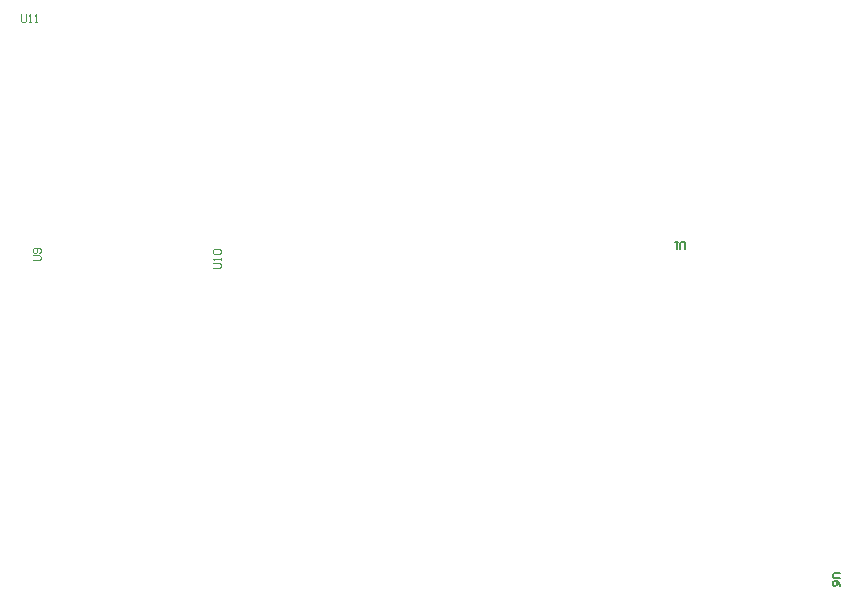
<source format=gbr>
G04*
G04 #@! TF.GenerationSoftware,Altium Limited,Altium Designer,25.2.1 (25)*
G04*
G04 Layer_Color=16711935*
%FSLAX25Y25*%
%MOIN*%
G70*
G04*
G04 #@! TF.SameCoordinates,93333BF9-B9FA-480E-9F15-3530D08D3613*
G04*
G04*
G04 #@! TF.FilePolarity,Positive*
G04*
G01*
G75*
%ADD140C,0.00700*%
%ADD141C,0.00394*%
%ADD142C,0.00591*%
D140*
X258401Y133248D02*
Y135330D01*
X257984Y135747D01*
X257151D01*
X256734Y135330D01*
Y133248D01*
X255901Y135747D02*
X255068D01*
X255485D01*
Y133248D01*
X255901Y133664D01*
D141*
X41001Y129500D02*
X43084D01*
X43500Y129917D01*
Y130750D01*
X43084Y131166D01*
X41001D01*
X43084Y131999D02*
X43500Y132416D01*
Y133249D01*
X43084Y133665D01*
X41417D01*
X41001Y133249D01*
Y132416D01*
X41417Y131999D01*
X41834D01*
X42250Y132416D01*
Y133665D01*
X37000Y211499D02*
Y209417D01*
X37416Y209000D01*
X38250D01*
X38666Y209417D01*
Y211499D01*
X39499Y209000D02*
X40332D01*
X39916D01*
Y211499D01*
X39499Y211083D01*
X41582Y209000D02*
X42415D01*
X41998D01*
Y211499D01*
X41582Y211083D01*
X101001Y127000D02*
X103084D01*
X103500Y127417D01*
Y128250D01*
X103084Y128666D01*
X101001D01*
X103500Y129499D02*
Y130332D01*
Y129916D01*
X101001D01*
X101417Y129499D01*
Y131582D02*
X101001Y131998D01*
Y132831D01*
X101417Y133248D01*
X103084D01*
X103500Y132831D01*
Y131998D01*
X103084Y131582D01*
X101417D01*
D142*
X310121Y25201D02*
X308039D01*
X307622Y24784D01*
Y23951D01*
X308039Y23535D01*
X310121D01*
Y21035D02*
X309705Y21869D01*
X308872Y22702D01*
X308039D01*
X307622Y22285D01*
Y21452D01*
X308039Y21035D01*
X308455D01*
X308872Y21452D01*
Y22702D01*
M02*

</source>
